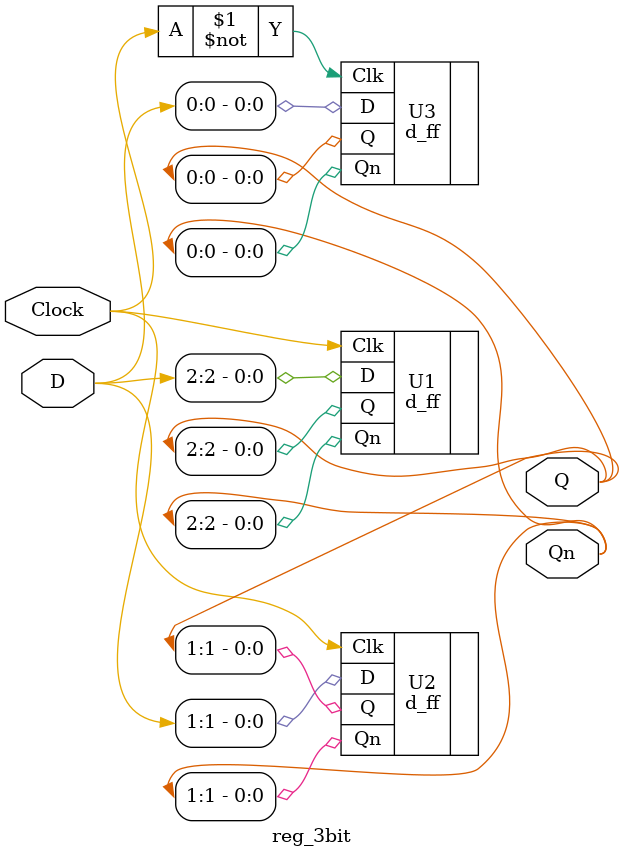
<source format=v>
module reg_3bit (D,Clock,Q,Qn);
	input [2:0] D;
	output [2:0] Q;
	output [2:0] Qn;
	
	input Clock;
	
	d_ff U1(.D(D[2]),.Clk(Clock),.Q(Q[2]),.Qn(Qn[2]));
	d_ff U2(.D(D[1]),.Clk(Clock),.Q(Q[1]),.Qn(Qn[1]));
	d_ff U3(.D(D[0]),.Clk(~Clock),.Q(Q[0]),.Qn(Qn[0]));
	
endmodule
</source>
